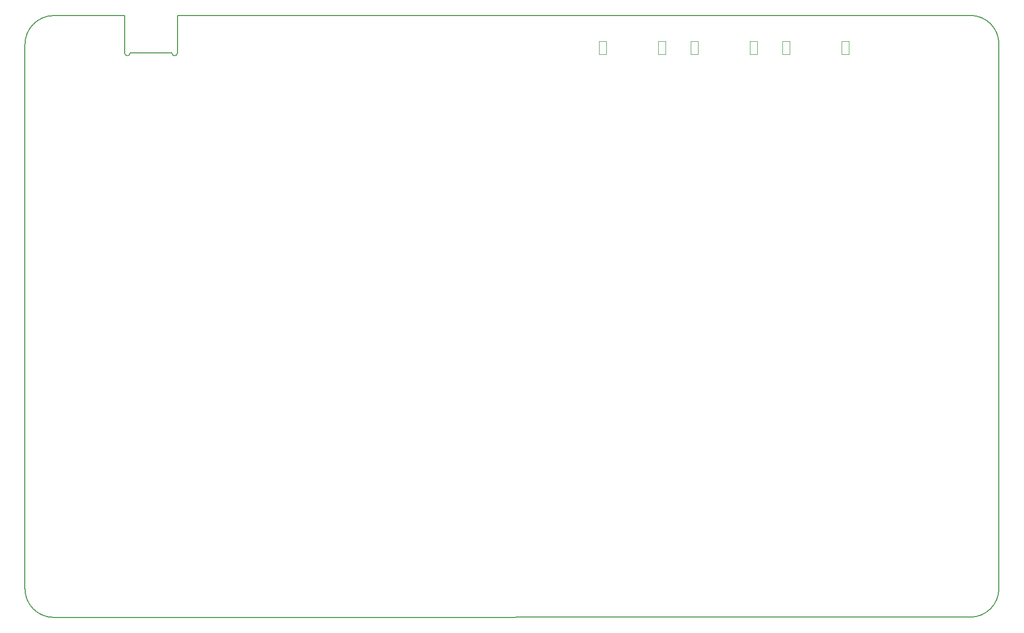
<source format=gbr>
%TF.GenerationSoftware,KiCad,Pcbnew,8.0.6*%
%TF.CreationDate,2024-11-25T17:46:05-05:00*%
%TF.ProjectId,live-caption-badge,6c697665-2d63-4617-9074-696f6e2d6261,2*%
%TF.SameCoordinates,Original*%
%TF.FileFunction,Profile,NP*%
%FSLAX46Y46*%
G04 Gerber Fmt 4.6, Leading zero omitted, Abs format (unit mm)*
G04 Created by KiCad (PCBNEW 8.0.6) date 2024-11-25 17:46:05*
%MOMM*%
%LPD*%
G01*
G04 APERTURE LIST*
%TA.AperFunction,Profile*%
%ADD10C,0.200000*%
%TD*%
%TA.AperFunction,Profile*%
%ADD11C,0.050000*%
%TD*%
G04 APERTURE END LIST*
D10*
X48380000Y-36500000D02*
G75*
G02*
X47380000Y-36500000I-500000J0D01*
G01*
X55620000Y-36500000D02*
X48380000Y-36500000D01*
X56620000Y-30000000D02*
X56620000Y-36500000D01*
X56620000Y-36500000D02*
G75*
G02*
X55620000Y-36500000I-500000J0D01*
G01*
X35000000Y-135035534D02*
X195000000Y-135000000D01*
X35000000Y-30000000D02*
X47380000Y-30000000D01*
X47380000Y-30000000D02*
X47380000Y-36500000D01*
X30000000Y-35000000D02*
G75*
G02*
X35000000Y-30000000I5035530J-35530D01*
G01*
X30000000Y-35000000D02*
X30000000Y-130035534D01*
X200000000Y-34964466D02*
X200000000Y-130000000D01*
X35000000Y-135035534D02*
G75*
G02*
X29999966Y-130035534I0J5000034D01*
G01*
X200000000Y-130000000D02*
G75*
G02*
X195000000Y-135000000I-4999900J-100D01*
G01*
X195000000Y-29964466D02*
G75*
G02*
X200000034Y-34964466I0J-5000034D01*
G01*
X56620000Y-30000000D02*
X195000000Y-29964466D01*
%TO.C,SW4*%
D11*
X147500000Y-34487500D02*
X146200000Y-34487500D01*
X146200000Y-36787500D01*
X147500000Y-36787500D01*
X147500000Y-34487500D01*
X157800000Y-34487500D02*
X156500000Y-34487500D01*
X156500000Y-36787500D01*
X157800000Y-36787500D01*
X157800000Y-34487500D01*
%TO.C,SW5*%
X131500000Y-34487500D02*
X130200000Y-34487500D01*
X130200000Y-36787500D01*
X131500000Y-36787500D01*
X131500000Y-34487500D01*
X141800000Y-34487500D02*
X140500000Y-34487500D01*
X140500000Y-36787500D01*
X141800000Y-36787500D01*
X141800000Y-34487500D01*
%TO.C,SW3*%
X163500000Y-34487500D02*
X162200000Y-34487500D01*
X162200000Y-36787500D01*
X163500000Y-36787500D01*
X163500000Y-34487500D01*
X173800000Y-34487500D02*
X172500000Y-34487500D01*
X172500000Y-36787500D01*
X173800000Y-36787500D01*
X173800000Y-34487500D01*
%TD*%
M02*

</source>
